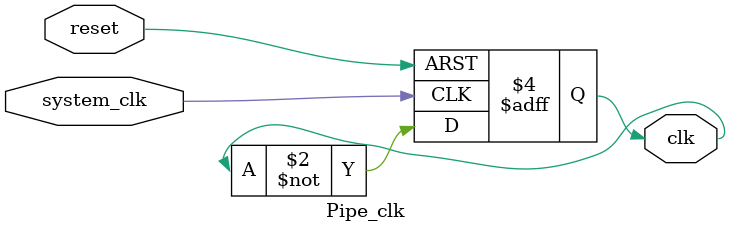
<source format=v>
module Pipe_clk(system_clk,reset,clk);
input system_clk,reset;
output reg clk;
reg count;
initial 
 begin
  count<=5'b0;
  clk<=1'b1;
 end

always @(posedge system_clk or posedge reset) 
 begin
  if(reset)
   begin
    count<=1'b0;
    clk<=1'b1;
   end
  else clk<=~clk;
 end
endmodule
</source>
